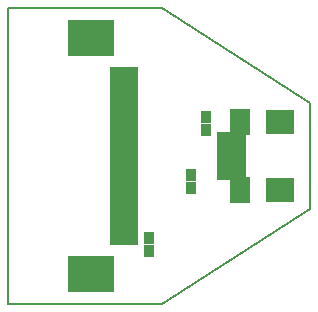
<source format=gbr>
%TF.GenerationSoftware,KiCad,Pcbnew,4.0.7*%
%TF.CreationDate,2018-04-08T16:57:24+02:00*%
%TF.ProjectId,HDMI to CSI,48444D4920746F204353492E6B696361,rev?*%
%TF.FileFunction,Soldermask,Top*%
%FSLAX46Y46*%
G04 Gerber Fmt 4.6, Leading zero omitted, Abs format (unit mm)*
G04 Created by KiCad (PCBNEW 4.0.7) date 04/08/18 16:57:24*
%MOMM*%
%LPD*%
G01*
G04 APERTURE LIST*
%ADD10C,0.150000*%
%ADD11R,0.900000X1.000000*%
%ADD12R,2.400000X1.010000*%
%ADD13R,4.000000X3.080000*%
%ADD14R,2.400000X2.100000*%
%ADD15R,1.780000X2.200000*%
%ADD16R,1.250000X0.630000*%
%ADD17R,1.400000X0.630000*%
G04 APERTURE END LIST*
D10*
X152500000Y-104500000D02*
X140000000Y-112500000D01*
X152500000Y-95500000D02*
X152500000Y-104500000D01*
X140000000Y-87500000D02*
X152500000Y-95500000D01*
X127000000Y-87500000D02*
X140000000Y-87500000D01*
X127000000Y-112500000D02*
X140000000Y-112500000D01*
X127000000Y-87500000D02*
X127000000Y-112500000D01*
D11*
X138875000Y-106975000D03*
X138875000Y-108075000D03*
X142425000Y-102725000D03*
X142425000Y-101625000D03*
X143725000Y-97800000D03*
X143725000Y-96700000D03*
D12*
X136800000Y-93000000D03*
X136800000Y-94000000D03*
X136800000Y-95000000D03*
X136800000Y-96000000D03*
X136800000Y-97000000D03*
X136800000Y-98000000D03*
X136800000Y-99000000D03*
X136800000Y-100000000D03*
X136800000Y-101000000D03*
X136800000Y-102000000D03*
X136800000Y-103000000D03*
X136800000Y-104000000D03*
X136800000Y-105000000D03*
X136800000Y-106000000D03*
X136800000Y-107000000D03*
D13*
X134000000Y-90010000D03*
X134000000Y-109990000D03*
D14*
X150000000Y-102850000D03*
X150000000Y-97150000D03*
D15*
X146640000Y-102850000D03*
X146640000Y-97150000D03*
D16*
X145225000Y-98200000D03*
X145225000Y-98600000D03*
X145225000Y-99000000D03*
X145225000Y-99400000D03*
X145225000Y-99800000D03*
X145225000Y-100200000D03*
X145225000Y-100600000D03*
X145225000Y-101000000D03*
X145225000Y-101400000D03*
X145225000Y-101800000D03*
D17*
X146450000Y-98400000D03*
X146450000Y-98800000D03*
X146450000Y-99200000D03*
X146450000Y-99600000D03*
X146450000Y-100000000D03*
X146450000Y-100400000D03*
X146450000Y-100800000D03*
X146450000Y-101200000D03*
X146450000Y-101600000D03*
M02*

</source>
